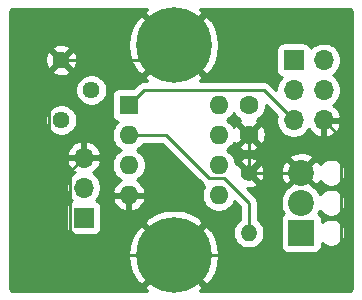
<source format=gbr>
G04 #@! TF.GenerationSoftware,KiCad,Pcbnew,(5.1.6)-1*
G04 #@! TF.CreationDate,2020-09-15T16:07:42-04:00*
G04 #@! TF.ProjectId,ServoLaser,53657276-6f4c-4617-9365-722e6b696361,rev?*
G04 #@! TF.SameCoordinates,Original*
G04 #@! TF.FileFunction,Copper,L2,Bot*
G04 #@! TF.FilePolarity,Positive*
%FSLAX46Y46*%
G04 Gerber Fmt 4.6, Leading zero omitted, Abs format (unit mm)*
G04 Created by KiCad (PCBNEW (5.1.6)-1) date 2020-09-15 16:07:42*
%MOMM*%
%LPD*%
G01*
G04 APERTURE LIST*
G04 #@! TA.AperFunction,ComponentPad*
%ADD10R,1.700000X1.700000*%
G04 #@! TD*
G04 #@! TA.AperFunction,ComponentPad*
%ADD11O,1.700000X1.700000*%
G04 #@! TD*
G04 #@! TA.AperFunction,ComponentPad*
%ADD12C,1.600000*%
G04 #@! TD*
G04 #@! TA.AperFunction,ComponentPad*
%ADD13C,1.400000*%
G04 #@! TD*
G04 #@! TA.AperFunction,ComponentPad*
%ADD14O,1.400000X1.400000*%
G04 #@! TD*
G04 #@! TA.AperFunction,ComponentPad*
%ADD15R,1.600000X1.600000*%
G04 #@! TD*
G04 #@! TA.AperFunction,ComponentPad*
%ADD16O,1.600000X1.600000*%
G04 #@! TD*
G04 #@! TA.AperFunction,ComponentPad*
%ADD17C,1.440000*%
G04 #@! TD*
G04 #@! TA.AperFunction,ComponentPad*
%ADD18R,2.200000X2.200000*%
G04 #@! TD*
G04 #@! TA.AperFunction,ComponentPad*
%ADD19C,2.200000*%
G04 #@! TD*
G04 #@! TA.AperFunction,ComponentPad*
%ADD20C,6.400000*%
G04 #@! TD*
G04 #@! TA.AperFunction,Conductor*
%ADD21C,0.250000*%
G04 #@! TD*
G04 #@! TA.AperFunction,Conductor*
%ADD22C,0.254000*%
G04 #@! TD*
G04 APERTURE END LIST*
D10*
X98425000Y-81280000D03*
D11*
X100965000Y-81280000D03*
X98425000Y-83820000D03*
X100965000Y-83820000D03*
X98425000Y-86360000D03*
X100965000Y-86360000D03*
D12*
X94615000Y-85090000D03*
X94615000Y-87590000D03*
D13*
X94615000Y-90805000D03*
D14*
X94615000Y-95885000D03*
D15*
X84455000Y-85090000D03*
D16*
X92075000Y-92710000D03*
X84455000Y-87630000D03*
X92075000Y-90170000D03*
X84455000Y-90170000D03*
X92075000Y-87630000D03*
X84455000Y-92710000D03*
X92075000Y-85090000D03*
D17*
X78740000Y-81280000D03*
X81280000Y-83820000D03*
X78740000Y-86360000D03*
D18*
X99060000Y-95885000D03*
D19*
X99060000Y-93345000D03*
X99060000Y-90805000D03*
D10*
X80645000Y-94615000D03*
D11*
X80645000Y-92075000D03*
X80645000Y-89535000D03*
D20*
X88265000Y-80010000D03*
X88265000Y-97790000D03*
D21*
X100965000Y-88900000D02*
X99060000Y-90805000D01*
X100965000Y-86360000D02*
X100965000Y-88900000D01*
X94615000Y-90805000D02*
X94615000Y-87590000D01*
X99060000Y-90805000D02*
X94615000Y-90805000D01*
X86995000Y-81280000D02*
X88265000Y-80010000D01*
X78740000Y-81280000D02*
X86995000Y-81280000D01*
X81534998Y-97790000D02*
X79469999Y-95725001D01*
X79469999Y-90710001D02*
X80645000Y-89535000D01*
X79469999Y-95725001D02*
X79469999Y-90710001D01*
X88265000Y-97790000D02*
X81534998Y-97790000D01*
X77694999Y-82325001D02*
X78740000Y-81280000D01*
X77694999Y-87787080D02*
X77694999Y-82325001D01*
X79442919Y-89535000D02*
X77694999Y-87787080D01*
X80645000Y-89535000D02*
X79442919Y-89535000D01*
X88265000Y-97790000D02*
X101600000Y-97790000D01*
X102475001Y-87870001D02*
X100965000Y-86360000D01*
X102475001Y-96914999D02*
X102475001Y-87870001D01*
X101600000Y-97790000D02*
X102475001Y-96914999D01*
X98425000Y-86360000D02*
X95885000Y-83820000D01*
X85725000Y-83820000D02*
X84455000Y-85090000D01*
X95885000Y-83820000D02*
X85725000Y-83820000D01*
X94615000Y-95885000D02*
X94615000Y-93345000D01*
X92565001Y-91295001D02*
X91295001Y-91295001D01*
X94615000Y-93345000D02*
X92565001Y-91295001D01*
X87630000Y-87630000D02*
X84455000Y-87630000D01*
X91295001Y-91295001D02*
X87630000Y-87630000D01*
D22*
G36*
X85743724Y-77309119D02*
G01*
X88265000Y-79830395D01*
X90786276Y-77309119D01*
X90530943Y-76962000D01*
X103201014Y-76962000D01*
X103205819Y-76964555D01*
X103297596Y-77039407D01*
X103373091Y-77130664D01*
X103378000Y-77139743D01*
X103378000Y-100661014D01*
X103375446Y-100665817D01*
X103300594Y-100757595D01*
X103209335Y-100833091D01*
X103200256Y-100838000D01*
X90530943Y-100838000D01*
X90786276Y-100490881D01*
X88265000Y-97969605D01*
X85743724Y-100490881D01*
X85999057Y-100838000D01*
X74598986Y-100838000D01*
X74594183Y-100835446D01*
X74502405Y-100760594D01*
X74426909Y-100669335D01*
X74422000Y-100660256D01*
X74422000Y-97765695D01*
X84411520Y-97765695D01*
X84480822Y-98517938D01*
X84695548Y-99242208D01*
X85047445Y-99910670D01*
X85074452Y-99951088D01*
X85564119Y-100311276D01*
X88085395Y-97790000D01*
X88444605Y-97790000D01*
X90965881Y-100311276D01*
X91455548Y-99951088D01*
X91815849Y-99287118D01*
X92039694Y-98565615D01*
X92118480Y-97814305D01*
X92049178Y-97062062D01*
X91834452Y-96337792D01*
X91482555Y-95669330D01*
X91455548Y-95628912D01*
X90965881Y-95268724D01*
X88444605Y-97790000D01*
X88085395Y-97790000D01*
X85564119Y-95268724D01*
X85074452Y-95628912D01*
X84714151Y-96292882D01*
X84490306Y-97014385D01*
X84411520Y-97765695D01*
X74422000Y-97765695D01*
X74422000Y-93765000D01*
X79156928Y-93765000D01*
X79156928Y-95465000D01*
X79169188Y-95589482D01*
X79205498Y-95709180D01*
X79264463Y-95819494D01*
X79343815Y-95916185D01*
X79440506Y-95995537D01*
X79550820Y-96054502D01*
X79670518Y-96090812D01*
X79795000Y-96103072D01*
X81495000Y-96103072D01*
X81619482Y-96090812D01*
X81739180Y-96054502D01*
X81849494Y-95995537D01*
X81946185Y-95916185D01*
X82025537Y-95819494D01*
X82084502Y-95709180D01*
X82120812Y-95589482D01*
X82133072Y-95465000D01*
X82133072Y-95089119D01*
X85743724Y-95089119D01*
X88265000Y-97610395D01*
X90786276Y-95089119D01*
X90426088Y-94599452D01*
X89762118Y-94239151D01*
X89040615Y-94015306D01*
X88289305Y-93936520D01*
X87537062Y-94005822D01*
X86812792Y-94220548D01*
X86144330Y-94572445D01*
X86103912Y-94599452D01*
X85743724Y-95089119D01*
X82133072Y-95089119D01*
X82133072Y-93765000D01*
X82120812Y-93640518D01*
X82084502Y-93520820D01*
X82025537Y-93410506D01*
X81946185Y-93313815D01*
X81849494Y-93234463D01*
X81739180Y-93175498D01*
X81666620Y-93153487D01*
X81761068Y-93059039D01*
X83063096Y-93059039D01*
X83103754Y-93193087D01*
X83223963Y-93447420D01*
X83391481Y-93673414D01*
X83599869Y-93862385D01*
X83841119Y-94007070D01*
X84105960Y-94101909D01*
X84328000Y-93980624D01*
X84328000Y-92837000D01*
X84582000Y-92837000D01*
X84582000Y-93980624D01*
X84804040Y-94101909D01*
X85068881Y-94007070D01*
X85310131Y-93862385D01*
X85518519Y-93673414D01*
X85686037Y-93447420D01*
X85806246Y-93193087D01*
X85846904Y-93059039D01*
X85724915Y-92837000D01*
X84582000Y-92837000D01*
X84328000Y-92837000D01*
X83185085Y-92837000D01*
X83063096Y-93059039D01*
X81761068Y-93059039D01*
X81798475Y-93021632D01*
X81960990Y-92778411D01*
X82072932Y-92508158D01*
X82130000Y-92221260D01*
X82130000Y-91928740D01*
X82072932Y-91641842D01*
X81960990Y-91371589D01*
X81798475Y-91128368D01*
X81591632Y-90921525D01*
X81409466Y-90799805D01*
X81526355Y-90730178D01*
X81742588Y-90535269D01*
X81916641Y-90301920D01*
X82041825Y-90039099D01*
X82086476Y-89891890D01*
X81965155Y-89662000D01*
X80772000Y-89662000D01*
X80772000Y-89682000D01*
X80518000Y-89682000D01*
X80518000Y-89662000D01*
X79324845Y-89662000D01*
X79203524Y-89891890D01*
X79248175Y-90039099D01*
X79373359Y-90301920D01*
X79547412Y-90535269D01*
X79763645Y-90730178D01*
X79880534Y-90799805D01*
X79698368Y-90921525D01*
X79491525Y-91128368D01*
X79329010Y-91371589D01*
X79217068Y-91641842D01*
X79160000Y-91928740D01*
X79160000Y-92221260D01*
X79217068Y-92508158D01*
X79329010Y-92778411D01*
X79491525Y-93021632D01*
X79623380Y-93153487D01*
X79550820Y-93175498D01*
X79440506Y-93234463D01*
X79343815Y-93313815D01*
X79264463Y-93410506D01*
X79205498Y-93520820D01*
X79169188Y-93640518D01*
X79156928Y-93765000D01*
X74422000Y-93765000D01*
X74422000Y-89178110D01*
X79203524Y-89178110D01*
X79324845Y-89408000D01*
X80518000Y-89408000D01*
X80518000Y-88214186D01*
X80772000Y-88214186D01*
X80772000Y-89408000D01*
X81965155Y-89408000D01*
X82086476Y-89178110D01*
X82041825Y-89030901D01*
X81916641Y-88768080D01*
X81742588Y-88534731D01*
X81526355Y-88339822D01*
X81276252Y-88190843D01*
X81001891Y-88093519D01*
X80772000Y-88214186D01*
X80518000Y-88214186D01*
X80288109Y-88093519D01*
X80013748Y-88190843D01*
X79763645Y-88339822D01*
X79547412Y-88534731D01*
X79373359Y-88768080D01*
X79248175Y-89030901D01*
X79203524Y-89178110D01*
X74422000Y-89178110D01*
X74422000Y-86226544D01*
X77385000Y-86226544D01*
X77385000Y-86493456D01*
X77437072Y-86755239D01*
X77539215Y-87001833D01*
X77687503Y-87223762D01*
X77876238Y-87412497D01*
X78098167Y-87560785D01*
X78344761Y-87662928D01*
X78606544Y-87715000D01*
X78873456Y-87715000D01*
X79135239Y-87662928D01*
X79381833Y-87560785D01*
X79603762Y-87412497D01*
X79792497Y-87223762D01*
X79940785Y-87001833D01*
X80042928Y-86755239D01*
X80095000Y-86493456D01*
X80095000Y-86226544D01*
X80042928Y-85964761D01*
X79940785Y-85718167D01*
X79792497Y-85496238D01*
X79603762Y-85307503D01*
X79381833Y-85159215D01*
X79135239Y-85057072D01*
X78873456Y-85005000D01*
X78606544Y-85005000D01*
X78344761Y-85057072D01*
X78098167Y-85159215D01*
X77876238Y-85307503D01*
X77687503Y-85496238D01*
X77539215Y-85718167D01*
X77437072Y-85964761D01*
X77385000Y-86226544D01*
X74422000Y-86226544D01*
X74422000Y-83686544D01*
X79925000Y-83686544D01*
X79925000Y-83953456D01*
X79977072Y-84215239D01*
X80079215Y-84461833D01*
X80227503Y-84683762D01*
X80416238Y-84872497D01*
X80638167Y-85020785D01*
X80884761Y-85122928D01*
X81146544Y-85175000D01*
X81413456Y-85175000D01*
X81675239Y-85122928D01*
X81921833Y-85020785D01*
X82143762Y-84872497D01*
X82332497Y-84683762D01*
X82480785Y-84461833D01*
X82551960Y-84290000D01*
X83016928Y-84290000D01*
X83016928Y-85890000D01*
X83029188Y-86014482D01*
X83065498Y-86134180D01*
X83124463Y-86244494D01*
X83203815Y-86341185D01*
X83300506Y-86420537D01*
X83410820Y-86479502D01*
X83530518Y-86515812D01*
X83538961Y-86516643D01*
X83340363Y-86715241D01*
X83183320Y-86950273D01*
X83075147Y-87211426D01*
X83020000Y-87488665D01*
X83020000Y-87771335D01*
X83075147Y-88048574D01*
X83183320Y-88309727D01*
X83340363Y-88544759D01*
X83540241Y-88744637D01*
X83772759Y-88900000D01*
X83540241Y-89055363D01*
X83340363Y-89255241D01*
X83183320Y-89490273D01*
X83075147Y-89751426D01*
X83020000Y-90028665D01*
X83020000Y-90311335D01*
X83075147Y-90588574D01*
X83183320Y-90849727D01*
X83340363Y-91084759D01*
X83540241Y-91284637D01*
X83775273Y-91441680D01*
X83785865Y-91446067D01*
X83599869Y-91557615D01*
X83391481Y-91746586D01*
X83223963Y-91972580D01*
X83103754Y-92226913D01*
X83063096Y-92360961D01*
X83185085Y-92583000D01*
X84328000Y-92583000D01*
X84328000Y-92563000D01*
X84582000Y-92563000D01*
X84582000Y-92583000D01*
X85724915Y-92583000D01*
X85846904Y-92360961D01*
X85806246Y-92226913D01*
X85686037Y-91972580D01*
X85518519Y-91746586D01*
X85310131Y-91557615D01*
X85124135Y-91446067D01*
X85134727Y-91441680D01*
X85369759Y-91284637D01*
X85569637Y-91084759D01*
X85726680Y-90849727D01*
X85834853Y-90588574D01*
X85890000Y-90311335D01*
X85890000Y-90028665D01*
X85834853Y-89751426D01*
X85726680Y-89490273D01*
X85569637Y-89255241D01*
X85369759Y-89055363D01*
X85137241Y-88900000D01*
X85369759Y-88744637D01*
X85569637Y-88544759D01*
X85673043Y-88390000D01*
X87315199Y-88390000D01*
X90731201Y-91806003D01*
X90755000Y-91835002D01*
X90783998Y-91858800D01*
X90870474Y-91929770D01*
X90803320Y-92030273D01*
X90695147Y-92291426D01*
X90640000Y-92568665D01*
X90640000Y-92851335D01*
X90695147Y-93128574D01*
X90803320Y-93389727D01*
X90960363Y-93624759D01*
X91160241Y-93824637D01*
X91395273Y-93981680D01*
X91656426Y-94089853D01*
X91933665Y-94145000D01*
X92216335Y-94145000D01*
X92493574Y-94089853D01*
X92754727Y-93981680D01*
X92989759Y-93824637D01*
X93189637Y-93624759D01*
X93346680Y-93389727D01*
X93416460Y-93221263D01*
X93855001Y-93659804D01*
X93855000Y-94787225D01*
X93763987Y-94848038D01*
X93578038Y-95033987D01*
X93431939Y-95252641D01*
X93331304Y-95495595D01*
X93280000Y-95753514D01*
X93280000Y-96016486D01*
X93331304Y-96274405D01*
X93431939Y-96517359D01*
X93578038Y-96736013D01*
X93763987Y-96921962D01*
X93982641Y-97068061D01*
X94225595Y-97168696D01*
X94483514Y-97220000D01*
X94746486Y-97220000D01*
X95004405Y-97168696D01*
X95247359Y-97068061D01*
X95466013Y-96921962D01*
X95651962Y-96736013D01*
X95798061Y-96517359D01*
X95898696Y-96274405D01*
X95950000Y-96016486D01*
X95950000Y-95753514D01*
X95898696Y-95495595D01*
X95798061Y-95252641D01*
X95651962Y-95033987D01*
X95466013Y-94848038D01*
X95375000Y-94787225D01*
X95375000Y-94785000D01*
X97321928Y-94785000D01*
X97321928Y-96985000D01*
X97334188Y-97109482D01*
X97370498Y-97229180D01*
X97429463Y-97339494D01*
X97508815Y-97436185D01*
X97605506Y-97515537D01*
X97715820Y-97574502D01*
X97835518Y-97610812D01*
X97960000Y-97623072D01*
X100160000Y-97623072D01*
X100284482Y-97610812D01*
X100404180Y-97574502D01*
X100514494Y-97515537D01*
X100611185Y-97436185D01*
X100690537Y-97339494D01*
X100749502Y-97229180D01*
X100785812Y-97109482D01*
X100798072Y-96985000D01*
X100798072Y-96758916D01*
X100844606Y-96805450D01*
X101038692Y-96935134D01*
X101254348Y-97024461D01*
X101483288Y-97070000D01*
X101716712Y-97070000D01*
X101945652Y-97024461D01*
X102161308Y-96935134D01*
X102355394Y-96805450D01*
X102520450Y-96640394D01*
X102650134Y-96446308D01*
X102739461Y-96230652D01*
X102785000Y-96001712D01*
X102785000Y-95768288D01*
X102739461Y-95539348D01*
X102650134Y-95323692D01*
X102520450Y-95129606D01*
X102355394Y-94964550D01*
X102161308Y-94834866D01*
X101945652Y-94745539D01*
X101716712Y-94700000D01*
X101483288Y-94700000D01*
X101254348Y-94745539D01*
X101038692Y-94834866D01*
X100844606Y-94964550D01*
X100798072Y-95011084D01*
X100798072Y-94785000D01*
X100785812Y-94660518D01*
X100749502Y-94540820D01*
X100690537Y-94430506D01*
X100611185Y-94333815D01*
X100530310Y-94267443D01*
X100597537Y-94166831D01*
X100645910Y-94050048D01*
X100679550Y-94100394D01*
X100844606Y-94265450D01*
X101038692Y-94395134D01*
X101254348Y-94484461D01*
X101483288Y-94530000D01*
X101716712Y-94530000D01*
X101945652Y-94484461D01*
X102161308Y-94395134D01*
X102355394Y-94265450D01*
X102520450Y-94100394D01*
X102650134Y-93906308D01*
X102739461Y-93690652D01*
X102785000Y-93461712D01*
X102785000Y-93228288D01*
X102739461Y-92999348D01*
X102650134Y-92783692D01*
X102520450Y-92589606D01*
X102355394Y-92424550D01*
X102161308Y-92294866D01*
X101945652Y-92205539D01*
X101716712Y-92160000D01*
X101483288Y-92160000D01*
X101254348Y-92205539D01*
X101038692Y-92294866D01*
X100844606Y-92424550D01*
X100679550Y-92589606D01*
X100645910Y-92639952D01*
X100597537Y-92523169D01*
X100407663Y-92239002D01*
X100165998Y-91997337D01*
X99884926Y-91809531D01*
X99060000Y-90984605D01*
X98235074Y-91809531D01*
X97954002Y-91997337D01*
X97712337Y-92239002D01*
X97522463Y-92523169D01*
X97391675Y-92838919D01*
X97325000Y-93174117D01*
X97325000Y-93515883D01*
X97391675Y-93851081D01*
X97522463Y-94166831D01*
X97589690Y-94267443D01*
X97508815Y-94333815D01*
X97429463Y-94430506D01*
X97370498Y-94540820D01*
X97334188Y-94660518D01*
X97321928Y-94785000D01*
X95375000Y-94785000D01*
X95375000Y-93382322D01*
X95378676Y-93344999D01*
X95375000Y-93307676D01*
X95375000Y-93307667D01*
X95364003Y-93196014D01*
X95320546Y-93052753D01*
X95249974Y-92920724D01*
X95236811Y-92904685D01*
X95178799Y-92833996D01*
X95178795Y-92833992D01*
X95155001Y-92804999D01*
X95126008Y-92781205D01*
X94480269Y-92135466D01*
X94689473Y-92144390D01*
X94949344Y-92104125D01*
X95196366Y-92013935D01*
X95297203Y-91960037D01*
X95356664Y-91726269D01*
X94615000Y-90984605D01*
X94600858Y-90998748D01*
X94421253Y-90819143D01*
X94435395Y-90805000D01*
X94794605Y-90805000D01*
X95536269Y-91546664D01*
X95770037Y-91487203D01*
X95880934Y-91248758D01*
X95943183Y-90993260D01*
X95948712Y-90863639D01*
X97317591Y-90863639D01*
X97362511Y-91202439D01*
X97472664Y-91525966D01*
X97578662Y-91724274D01*
X97853288Y-91832107D01*
X98880395Y-90805000D01*
X99239605Y-90805000D01*
X100266712Y-91832107D01*
X100541338Y-91724274D01*
X100646387Y-91510762D01*
X100679550Y-91560394D01*
X100844606Y-91725450D01*
X101038692Y-91855134D01*
X101254348Y-91944461D01*
X101483288Y-91990000D01*
X101716712Y-91990000D01*
X101945652Y-91944461D01*
X102161308Y-91855134D01*
X102355394Y-91725450D01*
X102520450Y-91560394D01*
X102650134Y-91366308D01*
X102739461Y-91150652D01*
X102785000Y-90921712D01*
X102785000Y-90688288D01*
X102739461Y-90459348D01*
X102650134Y-90243692D01*
X102520450Y-90049606D01*
X102355394Y-89884550D01*
X102161308Y-89754866D01*
X101945652Y-89665539D01*
X101716712Y-89620000D01*
X101483288Y-89620000D01*
X101254348Y-89665539D01*
X101038692Y-89754866D01*
X100844606Y-89884550D01*
X100679550Y-90049606D01*
X100650445Y-90093165D01*
X100647336Y-90084034D01*
X100541338Y-89885726D01*
X100266712Y-89777893D01*
X99239605Y-90805000D01*
X98880395Y-90805000D01*
X97853288Y-89777893D01*
X97578662Y-89885726D01*
X97427784Y-90192384D01*
X97339631Y-90522585D01*
X97317591Y-90863639D01*
X95948712Y-90863639D01*
X95954390Y-90730527D01*
X95914125Y-90470656D01*
X95823935Y-90223634D01*
X95770037Y-90122797D01*
X95536269Y-90063336D01*
X94794605Y-90805000D01*
X94435395Y-90805000D01*
X93693731Y-90063336D01*
X93510000Y-90110070D01*
X93510000Y-90028665D01*
X93481171Y-89883731D01*
X93873336Y-89883731D01*
X94615000Y-90625395D01*
X95356664Y-89883731D01*
X95297203Y-89649963D01*
X95186095Y-89598288D01*
X98032893Y-89598288D01*
X99060000Y-90625395D01*
X100087107Y-89598288D01*
X99979274Y-89323662D01*
X99672616Y-89172784D01*
X99342415Y-89084631D01*
X99001361Y-89062591D01*
X98662561Y-89107511D01*
X98339034Y-89217664D01*
X98140726Y-89323662D01*
X98032893Y-89598288D01*
X95186095Y-89598288D01*
X95058758Y-89539066D01*
X94803260Y-89476817D01*
X94540527Y-89465610D01*
X94280656Y-89505875D01*
X94033634Y-89596065D01*
X93932797Y-89649963D01*
X93873336Y-89883731D01*
X93481171Y-89883731D01*
X93454853Y-89751426D01*
X93346680Y-89490273D01*
X93189637Y-89255241D01*
X92989759Y-89055363D01*
X92757241Y-88900000D01*
X92989759Y-88744637D01*
X93151694Y-88582702D01*
X93801903Y-88582702D01*
X93873486Y-88826671D01*
X94128996Y-88947571D01*
X94403184Y-89016300D01*
X94685512Y-89030217D01*
X94965130Y-88988787D01*
X95231292Y-88893603D01*
X95356514Y-88826671D01*
X95428097Y-88582702D01*
X94615000Y-87769605D01*
X93801903Y-88582702D01*
X93151694Y-88582702D01*
X93189637Y-88544759D01*
X93346680Y-88309727D01*
X93355414Y-88288642D01*
X93378329Y-88331514D01*
X93622298Y-88403097D01*
X94435395Y-87590000D01*
X94794605Y-87590000D01*
X95607702Y-88403097D01*
X95851671Y-88331514D01*
X95972571Y-88076004D01*
X96041300Y-87801816D01*
X96055217Y-87519488D01*
X96013787Y-87239870D01*
X95918603Y-86973708D01*
X95851671Y-86848486D01*
X95607702Y-86776903D01*
X94794605Y-87590000D01*
X94435395Y-87590000D01*
X93622298Y-86776903D01*
X93378329Y-86848486D01*
X93337012Y-86935804D01*
X93189637Y-86715241D01*
X92989759Y-86515363D01*
X92757241Y-86360000D01*
X92989759Y-86204637D01*
X93189637Y-86004759D01*
X93345000Y-85772241D01*
X93500363Y-86004759D01*
X93700241Y-86204637D01*
X93900869Y-86338692D01*
X93873486Y-86353329D01*
X93801903Y-86597298D01*
X94615000Y-87410395D01*
X95428097Y-86597298D01*
X95356514Y-86353329D01*
X95327659Y-86339676D01*
X95529759Y-86204637D01*
X95729637Y-86004759D01*
X95886680Y-85769727D01*
X95994853Y-85508574D01*
X96050000Y-85231335D01*
X96050000Y-85059802D01*
X96983790Y-85993593D01*
X96940000Y-86213740D01*
X96940000Y-86506260D01*
X96997068Y-86793158D01*
X97109010Y-87063411D01*
X97271525Y-87306632D01*
X97478368Y-87513475D01*
X97721589Y-87675990D01*
X97991842Y-87787932D01*
X98278740Y-87845000D01*
X98571260Y-87845000D01*
X98858158Y-87787932D01*
X99128411Y-87675990D01*
X99371632Y-87513475D01*
X99578475Y-87306632D01*
X99696100Y-87130594D01*
X99867412Y-87360269D01*
X100083645Y-87555178D01*
X100333748Y-87704157D01*
X100608109Y-87801481D01*
X100838000Y-87680814D01*
X100838000Y-86487000D01*
X101092000Y-86487000D01*
X101092000Y-87680814D01*
X101321891Y-87801481D01*
X101596252Y-87704157D01*
X101846355Y-87555178D01*
X102062588Y-87360269D01*
X102236641Y-87126920D01*
X102361825Y-86864099D01*
X102406476Y-86716890D01*
X102285155Y-86487000D01*
X101092000Y-86487000D01*
X100838000Y-86487000D01*
X100818000Y-86487000D01*
X100818000Y-86233000D01*
X100838000Y-86233000D01*
X100838000Y-86213000D01*
X101092000Y-86213000D01*
X101092000Y-86233000D01*
X102285155Y-86233000D01*
X102406476Y-86003110D01*
X102361825Y-85855901D01*
X102236641Y-85593080D01*
X102062588Y-85359731D01*
X101846355Y-85164822D01*
X101729466Y-85095195D01*
X101911632Y-84973475D01*
X102118475Y-84766632D01*
X102280990Y-84523411D01*
X102392932Y-84253158D01*
X102450000Y-83966260D01*
X102450000Y-83673740D01*
X102392932Y-83386842D01*
X102280990Y-83116589D01*
X102118475Y-82873368D01*
X101911632Y-82666525D01*
X101737240Y-82550000D01*
X101911632Y-82433475D01*
X102118475Y-82226632D01*
X102280990Y-81983411D01*
X102392932Y-81713158D01*
X102450000Y-81426260D01*
X102450000Y-81133740D01*
X102392932Y-80846842D01*
X102280990Y-80576589D01*
X102118475Y-80333368D01*
X101911632Y-80126525D01*
X101668411Y-79964010D01*
X101398158Y-79852068D01*
X101111260Y-79795000D01*
X100818740Y-79795000D01*
X100531842Y-79852068D01*
X100261589Y-79964010D01*
X100018368Y-80126525D01*
X99886513Y-80258380D01*
X99864502Y-80185820D01*
X99805537Y-80075506D01*
X99726185Y-79978815D01*
X99629494Y-79899463D01*
X99519180Y-79840498D01*
X99399482Y-79804188D01*
X99275000Y-79791928D01*
X97575000Y-79791928D01*
X97450518Y-79804188D01*
X97330820Y-79840498D01*
X97220506Y-79899463D01*
X97123815Y-79978815D01*
X97044463Y-80075506D01*
X96985498Y-80185820D01*
X96949188Y-80305518D01*
X96936928Y-80430000D01*
X96936928Y-82130000D01*
X96949188Y-82254482D01*
X96985498Y-82374180D01*
X97044463Y-82484494D01*
X97123815Y-82581185D01*
X97220506Y-82660537D01*
X97330820Y-82719502D01*
X97403380Y-82741513D01*
X97271525Y-82873368D01*
X97109010Y-83116589D01*
X96997068Y-83386842D01*
X96940000Y-83673740D01*
X96940000Y-83800199D01*
X96448804Y-83309003D01*
X96425001Y-83279999D01*
X96309276Y-83185026D01*
X96177247Y-83114454D01*
X96033986Y-83070997D01*
X95922333Y-83060000D01*
X95922322Y-83060000D01*
X95885000Y-83056324D01*
X95847678Y-83060000D01*
X90529472Y-83060000D01*
X90786276Y-82710881D01*
X88265000Y-80189605D01*
X85743724Y-82710881D01*
X86000528Y-83060000D01*
X85762322Y-83060000D01*
X85724999Y-83056324D01*
X85687676Y-83060000D01*
X85687667Y-83060000D01*
X85576014Y-83070997D01*
X85432753Y-83114454D01*
X85300724Y-83185026D01*
X85184999Y-83279999D01*
X85161201Y-83308997D01*
X84818270Y-83651928D01*
X83655000Y-83651928D01*
X83530518Y-83664188D01*
X83410820Y-83700498D01*
X83300506Y-83759463D01*
X83203815Y-83838815D01*
X83124463Y-83935506D01*
X83065498Y-84045820D01*
X83029188Y-84165518D01*
X83016928Y-84290000D01*
X82551960Y-84290000D01*
X82582928Y-84215239D01*
X82635000Y-83953456D01*
X82635000Y-83686544D01*
X82582928Y-83424761D01*
X82480785Y-83178167D01*
X82332497Y-82956238D01*
X82143762Y-82767503D01*
X81921833Y-82619215D01*
X81675239Y-82517072D01*
X81413456Y-82465000D01*
X81146544Y-82465000D01*
X80884761Y-82517072D01*
X80638167Y-82619215D01*
X80416238Y-82767503D01*
X80227503Y-82956238D01*
X80079215Y-83178167D01*
X79977072Y-83424761D01*
X79925000Y-83686544D01*
X74422000Y-83686544D01*
X74422000Y-82215560D01*
X77984045Y-82215560D01*
X78045932Y-82451368D01*
X78287790Y-82564266D01*
X78547027Y-82627811D01*
X78813680Y-82639561D01*
X79077501Y-82599063D01*
X79328353Y-82507875D01*
X79434068Y-82451368D01*
X79495955Y-82215560D01*
X78740000Y-81459605D01*
X77984045Y-82215560D01*
X74422000Y-82215560D01*
X74422000Y-81353680D01*
X77380439Y-81353680D01*
X77420937Y-81617501D01*
X77512125Y-81868353D01*
X77568632Y-81974068D01*
X77804440Y-82035955D01*
X78560395Y-81280000D01*
X78919605Y-81280000D01*
X79675560Y-82035955D01*
X79911368Y-81974068D01*
X80024266Y-81732210D01*
X80087811Y-81472973D01*
X80099561Y-81206320D01*
X80059063Y-80942499D01*
X79967875Y-80691647D01*
X79911368Y-80585932D01*
X79675560Y-80524045D01*
X78919605Y-81280000D01*
X78560395Y-81280000D01*
X77804440Y-80524045D01*
X77568632Y-80585932D01*
X77455734Y-80827790D01*
X77392189Y-81087027D01*
X77380439Y-81353680D01*
X74422000Y-81353680D01*
X74422000Y-80344440D01*
X77984045Y-80344440D01*
X78740000Y-81100395D01*
X79495955Y-80344440D01*
X79434068Y-80108632D01*
X79192210Y-79995734D01*
X79151256Y-79985695D01*
X84411520Y-79985695D01*
X84480822Y-80737938D01*
X84695548Y-81462208D01*
X85047445Y-82130670D01*
X85074452Y-82171088D01*
X85564119Y-82531276D01*
X88085395Y-80010000D01*
X88444605Y-80010000D01*
X90965881Y-82531276D01*
X91455548Y-82171088D01*
X91815849Y-81507118D01*
X92039694Y-80785615D01*
X92118480Y-80034305D01*
X92049178Y-79282062D01*
X91834452Y-78557792D01*
X91482555Y-77889330D01*
X91455548Y-77848912D01*
X90965881Y-77488724D01*
X88444605Y-80010000D01*
X88085395Y-80010000D01*
X85564119Y-77488724D01*
X85074452Y-77848912D01*
X84714151Y-78512882D01*
X84490306Y-79234385D01*
X84411520Y-79985695D01*
X79151256Y-79985695D01*
X78932973Y-79932189D01*
X78666320Y-79920439D01*
X78402499Y-79960937D01*
X78151647Y-80052125D01*
X78045932Y-80108632D01*
X77984045Y-80344440D01*
X74422000Y-80344440D01*
X74422000Y-77138986D01*
X74424555Y-77134181D01*
X74499407Y-77042404D01*
X74590664Y-76966909D01*
X74599743Y-76962000D01*
X85999057Y-76962000D01*
X85743724Y-77309119D01*
G37*
X85743724Y-77309119D02*
X88265000Y-79830395D01*
X90786276Y-77309119D01*
X90530943Y-76962000D01*
X103201014Y-76962000D01*
X103205819Y-76964555D01*
X103297596Y-77039407D01*
X103373091Y-77130664D01*
X103378000Y-77139743D01*
X103378000Y-100661014D01*
X103375446Y-100665817D01*
X103300594Y-100757595D01*
X103209335Y-100833091D01*
X103200256Y-100838000D01*
X90530943Y-100838000D01*
X90786276Y-100490881D01*
X88265000Y-97969605D01*
X85743724Y-100490881D01*
X85999057Y-100838000D01*
X74598986Y-100838000D01*
X74594183Y-100835446D01*
X74502405Y-100760594D01*
X74426909Y-100669335D01*
X74422000Y-100660256D01*
X74422000Y-97765695D01*
X84411520Y-97765695D01*
X84480822Y-98517938D01*
X84695548Y-99242208D01*
X85047445Y-99910670D01*
X85074452Y-99951088D01*
X85564119Y-100311276D01*
X88085395Y-97790000D01*
X88444605Y-97790000D01*
X90965881Y-100311276D01*
X91455548Y-99951088D01*
X91815849Y-99287118D01*
X92039694Y-98565615D01*
X92118480Y-97814305D01*
X92049178Y-97062062D01*
X91834452Y-96337792D01*
X91482555Y-95669330D01*
X91455548Y-95628912D01*
X90965881Y-95268724D01*
X88444605Y-97790000D01*
X88085395Y-97790000D01*
X85564119Y-95268724D01*
X85074452Y-95628912D01*
X84714151Y-96292882D01*
X84490306Y-97014385D01*
X84411520Y-97765695D01*
X74422000Y-97765695D01*
X74422000Y-93765000D01*
X79156928Y-93765000D01*
X79156928Y-95465000D01*
X79169188Y-95589482D01*
X79205498Y-95709180D01*
X79264463Y-95819494D01*
X79343815Y-95916185D01*
X79440506Y-95995537D01*
X79550820Y-96054502D01*
X79670518Y-96090812D01*
X79795000Y-96103072D01*
X81495000Y-96103072D01*
X81619482Y-96090812D01*
X81739180Y-96054502D01*
X81849494Y-95995537D01*
X81946185Y-95916185D01*
X82025537Y-95819494D01*
X82084502Y-95709180D01*
X82120812Y-95589482D01*
X82133072Y-95465000D01*
X82133072Y-95089119D01*
X85743724Y-95089119D01*
X88265000Y-97610395D01*
X90786276Y-95089119D01*
X90426088Y-94599452D01*
X89762118Y-94239151D01*
X89040615Y-94015306D01*
X88289305Y-93936520D01*
X87537062Y-94005822D01*
X86812792Y-94220548D01*
X86144330Y-94572445D01*
X86103912Y-94599452D01*
X85743724Y-95089119D01*
X82133072Y-95089119D01*
X82133072Y-93765000D01*
X82120812Y-93640518D01*
X82084502Y-93520820D01*
X82025537Y-93410506D01*
X81946185Y-93313815D01*
X81849494Y-93234463D01*
X81739180Y-93175498D01*
X81666620Y-93153487D01*
X81761068Y-93059039D01*
X83063096Y-93059039D01*
X83103754Y-93193087D01*
X83223963Y-93447420D01*
X83391481Y-93673414D01*
X83599869Y-93862385D01*
X83841119Y-94007070D01*
X84105960Y-94101909D01*
X84328000Y-93980624D01*
X84328000Y-92837000D01*
X84582000Y-92837000D01*
X84582000Y-93980624D01*
X84804040Y-94101909D01*
X85068881Y-94007070D01*
X85310131Y-93862385D01*
X85518519Y-93673414D01*
X85686037Y-93447420D01*
X85806246Y-93193087D01*
X85846904Y-93059039D01*
X85724915Y-92837000D01*
X84582000Y-92837000D01*
X84328000Y-92837000D01*
X83185085Y-92837000D01*
X83063096Y-93059039D01*
X81761068Y-93059039D01*
X81798475Y-93021632D01*
X81960990Y-92778411D01*
X82072932Y-92508158D01*
X82130000Y-92221260D01*
X82130000Y-91928740D01*
X82072932Y-91641842D01*
X81960990Y-91371589D01*
X81798475Y-91128368D01*
X81591632Y-90921525D01*
X81409466Y-90799805D01*
X81526355Y-90730178D01*
X81742588Y-90535269D01*
X81916641Y-90301920D01*
X82041825Y-90039099D01*
X82086476Y-89891890D01*
X81965155Y-89662000D01*
X80772000Y-89662000D01*
X80772000Y-89682000D01*
X80518000Y-89682000D01*
X80518000Y-89662000D01*
X79324845Y-89662000D01*
X79203524Y-89891890D01*
X79248175Y-90039099D01*
X79373359Y-90301920D01*
X79547412Y-90535269D01*
X79763645Y-90730178D01*
X79880534Y-90799805D01*
X79698368Y-90921525D01*
X79491525Y-91128368D01*
X79329010Y-91371589D01*
X79217068Y-91641842D01*
X79160000Y-91928740D01*
X79160000Y-92221260D01*
X79217068Y-92508158D01*
X79329010Y-92778411D01*
X79491525Y-93021632D01*
X79623380Y-93153487D01*
X79550820Y-93175498D01*
X79440506Y-93234463D01*
X79343815Y-93313815D01*
X79264463Y-93410506D01*
X79205498Y-93520820D01*
X79169188Y-93640518D01*
X79156928Y-93765000D01*
X74422000Y-93765000D01*
X74422000Y-89178110D01*
X79203524Y-89178110D01*
X79324845Y-89408000D01*
X80518000Y-89408000D01*
X80518000Y-88214186D01*
X80772000Y-88214186D01*
X80772000Y-89408000D01*
X81965155Y-89408000D01*
X82086476Y-89178110D01*
X82041825Y-89030901D01*
X81916641Y-88768080D01*
X81742588Y-88534731D01*
X81526355Y-88339822D01*
X81276252Y-88190843D01*
X81001891Y-88093519D01*
X80772000Y-88214186D01*
X80518000Y-88214186D01*
X80288109Y-88093519D01*
X80013748Y-88190843D01*
X79763645Y-88339822D01*
X79547412Y-88534731D01*
X79373359Y-88768080D01*
X79248175Y-89030901D01*
X79203524Y-89178110D01*
X74422000Y-89178110D01*
X74422000Y-86226544D01*
X77385000Y-86226544D01*
X77385000Y-86493456D01*
X77437072Y-86755239D01*
X77539215Y-87001833D01*
X77687503Y-87223762D01*
X77876238Y-87412497D01*
X78098167Y-87560785D01*
X78344761Y-87662928D01*
X78606544Y-87715000D01*
X78873456Y-87715000D01*
X79135239Y-87662928D01*
X79381833Y-87560785D01*
X79603762Y-87412497D01*
X79792497Y-87223762D01*
X79940785Y-87001833D01*
X80042928Y-86755239D01*
X80095000Y-86493456D01*
X80095000Y-86226544D01*
X80042928Y-85964761D01*
X79940785Y-85718167D01*
X79792497Y-85496238D01*
X79603762Y-85307503D01*
X79381833Y-85159215D01*
X79135239Y-85057072D01*
X78873456Y-85005000D01*
X78606544Y-85005000D01*
X78344761Y-85057072D01*
X78098167Y-85159215D01*
X77876238Y-85307503D01*
X77687503Y-85496238D01*
X77539215Y-85718167D01*
X77437072Y-85964761D01*
X77385000Y-86226544D01*
X74422000Y-86226544D01*
X74422000Y-83686544D01*
X79925000Y-83686544D01*
X79925000Y-83953456D01*
X79977072Y-84215239D01*
X80079215Y-84461833D01*
X80227503Y-84683762D01*
X80416238Y-84872497D01*
X80638167Y-85020785D01*
X80884761Y-85122928D01*
X81146544Y-85175000D01*
X81413456Y-85175000D01*
X81675239Y-85122928D01*
X81921833Y-85020785D01*
X82143762Y-84872497D01*
X82332497Y-84683762D01*
X82480785Y-84461833D01*
X82551960Y-84290000D01*
X83016928Y-84290000D01*
X83016928Y-85890000D01*
X83029188Y-86014482D01*
X83065498Y-86134180D01*
X83124463Y-86244494D01*
X83203815Y-86341185D01*
X83300506Y-86420537D01*
X83410820Y-86479502D01*
X83530518Y-86515812D01*
X83538961Y-86516643D01*
X83340363Y-86715241D01*
X83183320Y-86950273D01*
X83075147Y-87211426D01*
X83020000Y-87488665D01*
X83020000Y-87771335D01*
X83075147Y-88048574D01*
X83183320Y-88309727D01*
X83340363Y-88544759D01*
X83540241Y-88744637D01*
X83772759Y-88900000D01*
X83540241Y-89055363D01*
X83340363Y-89255241D01*
X83183320Y-89490273D01*
X83075147Y-89751426D01*
X83020000Y-90028665D01*
X83020000Y-90311335D01*
X83075147Y-90588574D01*
X83183320Y-90849727D01*
X83340363Y-91084759D01*
X83540241Y-91284637D01*
X83775273Y-91441680D01*
X83785865Y-91446067D01*
X83599869Y-91557615D01*
X83391481Y-91746586D01*
X83223963Y-91972580D01*
X83103754Y-92226913D01*
X83063096Y-92360961D01*
X83185085Y-92583000D01*
X84328000Y-92583000D01*
X84328000Y-92563000D01*
X84582000Y-92563000D01*
X84582000Y-92583000D01*
X85724915Y-92583000D01*
X85846904Y-92360961D01*
X85806246Y-92226913D01*
X85686037Y-91972580D01*
X85518519Y-91746586D01*
X85310131Y-91557615D01*
X85124135Y-91446067D01*
X85134727Y-91441680D01*
X85369759Y-91284637D01*
X85569637Y-91084759D01*
X85726680Y-90849727D01*
X85834853Y-90588574D01*
X85890000Y-90311335D01*
X85890000Y-90028665D01*
X85834853Y-89751426D01*
X85726680Y-89490273D01*
X85569637Y-89255241D01*
X85369759Y-89055363D01*
X85137241Y-88900000D01*
X85369759Y-88744637D01*
X85569637Y-88544759D01*
X85673043Y-88390000D01*
X87315199Y-88390000D01*
X90731201Y-91806003D01*
X90755000Y-91835002D01*
X90783998Y-91858800D01*
X90870474Y-91929770D01*
X90803320Y-92030273D01*
X90695147Y-92291426D01*
X90640000Y-92568665D01*
X90640000Y-92851335D01*
X90695147Y-93128574D01*
X90803320Y-93389727D01*
X90960363Y-93624759D01*
X91160241Y-93824637D01*
X91395273Y-93981680D01*
X91656426Y-94089853D01*
X91933665Y-94145000D01*
X92216335Y-94145000D01*
X92493574Y-94089853D01*
X92754727Y-93981680D01*
X92989759Y-93824637D01*
X93189637Y-93624759D01*
X93346680Y-93389727D01*
X93416460Y-93221263D01*
X93855001Y-93659804D01*
X93855000Y-94787225D01*
X93763987Y-94848038D01*
X93578038Y-95033987D01*
X93431939Y-95252641D01*
X93331304Y-95495595D01*
X93280000Y-95753514D01*
X93280000Y-96016486D01*
X93331304Y-96274405D01*
X93431939Y-96517359D01*
X93578038Y-96736013D01*
X93763987Y-96921962D01*
X93982641Y-97068061D01*
X94225595Y-97168696D01*
X94483514Y-97220000D01*
X94746486Y-97220000D01*
X95004405Y-97168696D01*
X95247359Y-97068061D01*
X95466013Y-96921962D01*
X95651962Y-96736013D01*
X95798061Y-96517359D01*
X95898696Y-96274405D01*
X95950000Y-96016486D01*
X95950000Y-95753514D01*
X95898696Y-95495595D01*
X95798061Y-95252641D01*
X95651962Y-95033987D01*
X95466013Y-94848038D01*
X95375000Y-94787225D01*
X95375000Y-94785000D01*
X97321928Y-94785000D01*
X97321928Y-96985000D01*
X97334188Y-97109482D01*
X97370498Y-97229180D01*
X97429463Y-97339494D01*
X97508815Y-97436185D01*
X97605506Y-97515537D01*
X97715820Y-97574502D01*
X97835518Y-97610812D01*
X97960000Y-97623072D01*
X100160000Y-97623072D01*
X100284482Y-97610812D01*
X100404180Y-97574502D01*
X100514494Y-97515537D01*
X100611185Y-97436185D01*
X100690537Y-97339494D01*
X100749502Y-97229180D01*
X100785812Y-97109482D01*
X100798072Y-96985000D01*
X100798072Y-96758916D01*
X100844606Y-96805450D01*
X101038692Y-96935134D01*
X101254348Y-97024461D01*
X101483288Y-97070000D01*
X101716712Y-97070000D01*
X101945652Y-97024461D01*
X102161308Y-96935134D01*
X102355394Y-96805450D01*
X102520450Y-96640394D01*
X102650134Y-96446308D01*
X102739461Y-96230652D01*
X102785000Y-96001712D01*
X102785000Y-95768288D01*
X102739461Y-95539348D01*
X102650134Y-95323692D01*
X102520450Y-95129606D01*
X102355394Y-94964550D01*
X102161308Y-94834866D01*
X101945652Y-94745539D01*
X101716712Y-94700000D01*
X101483288Y-94700000D01*
X101254348Y-94745539D01*
X101038692Y-94834866D01*
X100844606Y-94964550D01*
X100798072Y-95011084D01*
X100798072Y-94785000D01*
X100785812Y-94660518D01*
X100749502Y-94540820D01*
X100690537Y-94430506D01*
X100611185Y-94333815D01*
X100530310Y-94267443D01*
X100597537Y-94166831D01*
X100645910Y-94050048D01*
X100679550Y-94100394D01*
X100844606Y-94265450D01*
X101038692Y-94395134D01*
X101254348Y-94484461D01*
X101483288Y-94530000D01*
X101716712Y-94530000D01*
X101945652Y-94484461D01*
X102161308Y-94395134D01*
X102355394Y-94265450D01*
X102520450Y-94100394D01*
X102650134Y-93906308D01*
X102739461Y-93690652D01*
X102785000Y-93461712D01*
X102785000Y-93228288D01*
X102739461Y-92999348D01*
X102650134Y-92783692D01*
X102520450Y-92589606D01*
X102355394Y-92424550D01*
X102161308Y-92294866D01*
X101945652Y-92205539D01*
X101716712Y-92160000D01*
X101483288Y-92160000D01*
X101254348Y-92205539D01*
X101038692Y-92294866D01*
X100844606Y-92424550D01*
X100679550Y-92589606D01*
X100645910Y-92639952D01*
X100597537Y-92523169D01*
X100407663Y-92239002D01*
X100165998Y-91997337D01*
X99884926Y-91809531D01*
X99060000Y-90984605D01*
X98235074Y-91809531D01*
X97954002Y-91997337D01*
X97712337Y-92239002D01*
X97522463Y-92523169D01*
X97391675Y-92838919D01*
X97325000Y-93174117D01*
X97325000Y-93515883D01*
X97391675Y-93851081D01*
X97522463Y-94166831D01*
X97589690Y-94267443D01*
X97508815Y-94333815D01*
X97429463Y-94430506D01*
X97370498Y-94540820D01*
X97334188Y-94660518D01*
X97321928Y-94785000D01*
X95375000Y-94785000D01*
X95375000Y-93382322D01*
X95378676Y-93344999D01*
X95375000Y-93307676D01*
X95375000Y-93307667D01*
X95364003Y-93196014D01*
X95320546Y-93052753D01*
X95249974Y-92920724D01*
X95236811Y-92904685D01*
X95178799Y-92833996D01*
X95178795Y-92833992D01*
X95155001Y-92804999D01*
X95126008Y-92781205D01*
X94480269Y-92135466D01*
X94689473Y-92144390D01*
X94949344Y-92104125D01*
X95196366Y-92013935D01*
X95297203Y-91960037D01*
X95356664Y-91726269D01*
X94615000Y-90984605D01*
X94600858Y-90998748D01*
X94421253Y-90819143D01*
X94435395Y-90805000D01*
X94794605Y-90805000D01*
X95536269Y-91546664D01*
X95770037Y-91487203D01*
X95880934Y-91248758D01*
X95943183Y-90993260D01*
X95948712Y-90863639D01*
X97317591Y-90863639D01*
X97362511Y-91202439D01*
X97472664Y-91525966D01*
X97578662Y-91724274D01*
X97853288Y-91832107D01*
X98880395Y-90805000D01*
X99239605Y-90805000D01*
X100266712Y-91832107D01*
X100541338Y-91724274D01*
X100646387Y-91510762D01*
X100679550Y-91560394D01*
X100844606Y-91725450D01*
X101038692Y-91855134D01*
X101254348Y-91944461D01*
X101483288Y-91990000D01*
X101716712Y-91990000D01*
X101945652Y-91944461D01*
X102161308Y-91855134D01*
X102355394Y-91725450D01*
X102520450Y-91560394D01*
X102650134Y-91366308D01*
X102739461Y-91150652D01*
X102785000Y-90921712D01*
X102785000Y-90688288D01*
X102739461Y-90459348D01*
X102650134Y-90243692D01*
X102520450Y-90049606D01*
X102355394Y-89884550D01*
X102161308Y-89754866D01*
X101945652Y-89665539D01*
X101716712Y-89620000D01*
X101483288Y-89620000D01*
X101254348Y-89665539D01*
X101038692Y-89754866D01*
X100844606Y-89884550D01*
X100679550Y-90049606D01*
X100650445Y-90093165D01*
X100647336Y-90084034D01*
X100541338Y-89885726D01*
X100266712Y-89777893D01*
X99239605Y-90805000D01*
X98880395Y-90805000D01*
X97853288Y-89777893D01*
X97578662Y-89885726D01*
X97427784Y-90192384D01*
X97339631Y-90522585D01*
X97317591Y-90863639D01*
X95948712Y-90863639D01*
X95954390Y-90730527D01*
X95914125Y-90470656D01*
X95823935Y-90223634D01*
X95770037Y-90122797D01*
X95536269Y-90063336D01*
X94794605Y-90805000D01*
X94435395Y-90805000D01*
X93693731Y-90063336D01*
X93510000Y-90110070D01*
X93510000Y-90028665D01*
X93481171Y-89883731D01*
X93873336Y-89883731D01*
X94615000Y-90625395D01*
X95356664Y-89883731D01*
X95297203Y-89649963D01*
X95186095Y-89598288D01*
X98032893Y-89598288D01*
X99060000Y-90625395D01*
X100087107Y-89598288D01*
X99979274Y-89323662D01*
X99672616Y-89172784D01*
X99342415Y-89084631D01*
X99001361Y-89062591D01*
X98662561Y-89107511D01*
X98339034Y-89217664D01*
X98140726Y-89323662D01*
X98032893Y-89598288D01*
X95186095Y-89598288D01*
X95058758Y-89539066D01*
X94803260Y-89476817D01*
X94540527Y-89465610D01*
X94280656Y-89505875D01*
X94033634Y-89596065D01*
X93932797Y-89649963D01*
X93873336Y-89883731D01*
X93481171Y-89883731D01*
X93454853Y-89751426D01*
X93346680Y-89490273D01*
X93189637Y-89255241D01*
X92989759Y-89055363D01*
X92757241Y-88900000D01*
X92989759Y-88744637D01*
X93151694Y-88582702D01*
X93801903Y-88582702D01*
X93873486Y-88826671D01*
X94128996Y-88947571D01*
X94403184Y-89016300D01*
X94685512Y-89030217D01*
X94965130Y-88988787D01*
X95231292Y-88893603D01*
X95356514Y-88826671D01*
X95428097Y-88582702D01*
X94615000Y-87769605D01*
X93801903Y-88582702D01*
X93151694Y-88582702D01*
X93189637Y-88544759D01*
X93346680Y-88309727D01*
X93355414Y-88288642D01*
X93378329Y-88331514D01*
X93622298Y-88403097D01*
X94435395Y-87590000D01*
X94794605Y-87590000D01*
X95607702Y-88403097D01*
X95851671Y-88331514D01*
X95972571Y-88076004D01*
X96041300Y-87801816D01*
X96055217Y-87519488D01*
X96013787Y-87239870D01*
X95918603Y-86973708D01*
X95851671Y-86848486D01*
X95607702Y-86776903D01*
X94794605Y-87590000D01*
X94435395Y-87590000D01*
X93622298Y-86776903D01*
X93378329Y-86848486D01*
X93337012Y-86935804D01*
X93189637Y-86715241D01*
X92989759Y-86515363D01*
X92757241Y-86360000D01*
X92989759Y-86204637D01*
X93189637Y-86004759D01*
X93345000Y-85772241D01*
X93500363Y-86004759D01*
X93700241Y-86204637D01*
X93900869Y-86338692D01*
X93873486Y-86353329D01*
X93801903Y-86597298D01*
X94615000Y-87410395D01*
X95428097Y-86597298D01*
X95356514Y-86353329D01*
X95327659Y-86339676D01*
X95529759Y-86204637D01*
X95729637Y-86004759D01*
X95886680Y-85769727D01*
X95994853Y-85508574D01*
X96050000Y-85231335D01*
X96050000Y-85059802D01*
X96983790Y-85993593D01*
X96940000Y-86213740D01*
X96940000Y-86506260D01*
X96997068Y-86793158D01*
X97109010Y-87063411D01*
X97271525Y-87306632D01*
X97478368Y-87513475D01*
X97721589Y-87675990D01*
X97991842Y-87787932D01*
X98278740Y-87845000D01*
X98571260Y-87845000D01*
X98858158Y-87787932D01*
X99128411Y-87675990D01*
X99371632Y-87513475D01*
X99578475Y-87306632D01*
X99696100Y-87130594D01*
X99867412Y-87360269D01*
X100083645Y-87555178D01*
X100333748Y-87704157D01*
X100608109Y-87801481D01*
X100838000Y-87680814D01*
X100838000Y-86487000D01*
X101092000Y-86487000D01*
X101092000Y-87680814D01*
X101321891Y-87801481D01*
X101596252Y-87704157D01*
X101846355Y-87555178D01*
X102062588Y-87360269D01*
X102236641Y-87126920D01*
X102361825Y-86864099D01*
X102406476Y-86716890D01*
X102285155Y-86487000D01*
X101092000Y-86487000D01*
X100838000Y-86487000D01*
X100818000Y-86487000D01*
X100818000Y-86233000D01*
X100838000Y-86233000D01*
X100838000Y-86213000D01*
X101092000Y-86213000D01*
X101092000Y-86233000D01*
X102285155Y-86233000D01*
X102406476Y-86003110D01*
X102361825Y-85855901D01*
X102236641Y-85593080D01*
X102062588Y-85359731D01*
X101846355Y-85164822D01*
X101729466Y-85095195D01*
X101911632Y-84973475D01*
X102118475Y-84766632D01*
X102280990Y-84523411D01*
X102392932Y-84253158D01*
X102450000Y-83966260D01*
X102450000Y-83673740D01*
X102392932Y-83386842D01*
X102280990Y-83116589D01*
X102118475Y-82873368D01*
X101911632Y-82666525D01*
X101737240Y-82550000D01*
X101911632Y-82433475D01*
X102118475Y-82226632D01*
X102280990Y-81983411D01*
X102392932Y-81713158D01*
X102450000Y-81426260D01*
X102450000Y-81133740D01*
X102392932Y-80846842D01*
X102280990Y-80576589D01*
X102118475Y-80333368D01*
X101911632Y-80126525D01*
X101668411Y-79964010D01*
X101398158Y-79852068D01*
X101111260Y-79795000D01*
X100818740Y-79795000D01*
X100531842Y-79852068D01*
X100261589Y-79964010D01*
X100018368Y-80126525D01*
X99886513Y-80258380D01*
X99864502Y-80185820D01*
X99805537Y-80075506D01*
X99726185Y-79978815D01*
X99629494Y-79899463D01*
X99519180Y-79840498D01*
X99399482Y-79804188D01*
X99275000Y-79791928D01*
X97575000Y-79791928D01*
X97450518Y-79804188D01*
X97330820Y-79840498D01*
X97220506Y-79899463D01*
X97123815Y-79978815D01*
X97044463Y-80075506D01*
X96985498Y-80185820D01*
X96949188Y-80305518D01*
X96936928Y-80430000D01*
X96936928Y-82130000D01*
X96949188Y-82254482D01*
X96985498Y-82374180D01*
X97044463Y-82484494D01*
X97123815Y-82581185D01*
X97220506Y-82660537D01*
X97330820Y-82719502D01*
X97403380Y-82741513D01*
X97271525Y-82873368D01*
X97109010Y-83116589D01*
X96997068Y-83386842D01*
X96940000Y-83673740D01*
X96940000Y-83800199D01*
X96448804Y-83309003D01*
X96425001Y-83279999D01*
X96309276Y-83185026D01*
X96177247Y-83114454D01*
X96033986Y-83070997D01*
X95922333Y-83060000D01*
X95922322Y-83060000D01*
X95885000Y-83056324D01*
X95847678Y-83060000D01*
X90529472Y-83060000D01*
X90786276Y-82710881D01*
X88265000Y-80189605D01*
X85743724Y-82710881D01*
X86000528Y-83060000D01*
X85762322Y-83060000D01*
X85724999Y-83056324D01*
X85687676Y-83060000D01*
X85687667Y-83060000D01*
X85576014Y-83070997D01*
X85432753Y-83114454D01*
X85300724Y-83185026D01*
X85184999Y-83279999D01*
X85161201Y-83308997D01*
X84818270Y-83651928D01*
X83655000Y-83651928D01*
X83530518Y-83664188D01*
X83410820Y-83700498D01*
X83300506Y-83759463D01*
X83203815Y-83838815D01*
X83124463Y-83935506D01*
X83065498Y-84045820D01*
X83029188Y-84165518D01*
X83016928Y-84290000D01*
X82551960Y-84290000D01*
X82582928Y-84215239D01*
X82635000Y-83953456D01*
X82635000Y-83686544D01*
X82582928Y-83424761D01*
X82480785Y-83178167D01*
X82332497Y-82956238D01*
X82143762Y-82767503D01*
X81921833Y-82619215D01*
X81675239Y-82517072D01*
X81413456Y-82465000D01*
X81146544Y-82465000D01*
X80884761Y-82517072D01*
X80638167Y-82619215D01*
X80416238Y-82767503D01*
X80227503Y-82956238D01*
X80079215Y-83178167D01*
X79977072Y-83424761D01*
X79925000Y-83686544D01*
X74422000Y-83686544D01*
X74422000Y-82215560D01*
X77984045Y-82215560D01*
X78045932Y-82451368D01*
X78287790Y-82564266D01*
X78547027Y-82627811D01*
X78813680Y-82639561D01*
X79077501Y-82599063D01*
X79328353Y-82507875D01*
X79434068Y-82451368D01*
X79495955Y-82215560D01*
X78740000Y-81459605D01*
X77984045Y-82215560D01*
X74422000Y-82215560D01*
X74422000Y-81353680D01*
X77380439Y-81353680D01*
X77420937Y-81617501D01*
X77512125Y-81868353D01*
X77568632Y-81974068D01*
X77804440Y-82035955D01*
X78560395Y-81280000D01*
X78919605Y-81280000D01*
X79675560Y-82035955D01*
X79911368Y-81974068D01*
X80024266Y-81732210D01*
X80087811Y-81472973D01*
X80099561Y-81206320D01*
X80059063Y-80942499D01*
X79967875Y-80691647D01*
X79911368Y-80585932D01*
X79675560Y-80524045D01*
X78919605Y-81280000D01*
X78560395Y-81280000D01*
X77804440Y-80524045D01*
X77568632Y-80585932D01*
X77455734Y-80827790D01*
X77392189Y-81087027D01*
X77380439Y-81353680D01*
X74422000Y-81353680D01*
X74422000Y-80344440D01*
X77984045Y-80344440D01*
X78740000Y-81100395D01*
X79495955Y-80344440D01*
X79434068Y-80108632D01*
X79192210Y-79995734D01*
X79151256Y-79985695D01*
X84411520Y-79985695D01*
X84480822Y-80737938D01*
X84695548Y-81462208D01*
X85047445Y-82130670D01*
X85074452Y-82171088D01*
X85564119Y-82531276D01*
X88085395Y-80010000D01*
X88444605Y-80010000D01*
X90965881Y-82531276D01*
X91455548Y-82171088D01*
X91815849Y-81507118D01*
X92039694Y-80785615D01*
X92118480Y-80034305D01*
X92049178Y-79282062D01*
X91834452Y-78557792D01*
X91482555Y-77889330D01*
X91455548Y-77848912D01*
X90965881Y-77488724D01*
X88444605Y-80010000D01*
X88085395Y-80010000D01*
X85564119Y-77488724D01*
X85074452Y-77848912D01*
X84714151Y-78512882D01*
X84490306Y-79234385D01*
X84411520Y-79985695D01*
X79151256Y-79985695D01*
X78932973Y-79932189D01*
X78666320Y-79920439D01*
X78402499Y-79960937D01*
X78151647Y-80052125D01*
X78045932Y-80108632D01*
X77984045Y-80344440D01*
X74422000Y-80344440D01*
X74422000Y-77138986D01*
X74424555Y-77134181D01*
X74499407Y-77042404D01*
X74590664Y-76966909D01*
X74599743Y-76962000D01*
X85999057Y-76962000D01*
X85743724Y-77309119D01*
M02*

</source>
